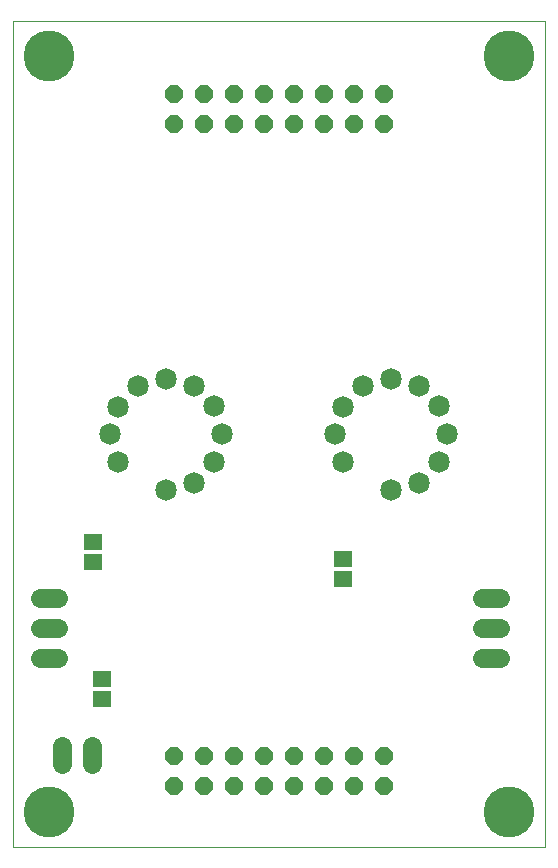
<source format=gts>
G75*
G70*
%OFA0B0*%
%FSLAX24Y24*%
%IPPOS*%
%LPD*%
%AMOC8*
5,1,8,0,0,1.08239X$1,22.5*
%
%ADD10C,0.0000*%
%ADD11C,0.0719*%
%ADD12OC8,0.0600*%
%ADD13R,0.0631X0.0552*%
%ADD14C,0.0640*%
%ADD15C,0.1700*%
D10*
X000192Y000100D02*
X000192Y027659D01*
X017908Y027659D01*
X017908Y000100D01*
X000192Y000100D01*
D11*
X005294Y012004D03*
X006202Y012258D03*
X006889Y012954D03*
X007135Y013876D03*
X006881Y014798D03*
X006204Y015465D03*
X005286Y015720D03*
X004346Y015474D03*
X003679Y014790D03*
X003418Y013868D03*
X003668Y012946D03*
X010918Y013868D03*
X011168Y012946D03*
X011179Y014790D03*
X011846Y015474D03*
X012786Y015720D03*
X013704Y015465D03*
X014381Y014798D03*
X014635Y013876D03*
X014389Y012954D03*
X013702Y012258D03*
X012794Y012004D03*
D12*
X012534Y003151D03*
X012534Y002151D03*
X011534Y002151D03*
X011534Y003151D03*
X010534Y003151D03*
X010534Y002151D03*
X009534Y002151D03*
X009534Y003151D03*
X008534Y003151D03*
X008534Y002151D03*
X007534Y002151D03*
X007534Y003151D03*
X006534Y003151D03*
X006534Y002151D03*
X005534Y002151D03*
X005534Y003151D03*
X005534Y024222D03*
X005534Y025222D03*
X006534Y025222D03*
X006534Y024222D03*
X007534Y024222D03*
X007534Y025222D03*
X008534Y025222D03*
X008534Y024222D03*
X009534Y024222D03*
X009534Y025222D03*
X010534Y025222D03*
X010534Y024222D03*
X011534Y024222D03*
X011534Y025222D03*
X012534Y025222D03*
X012534Y024222D03*
D13*
X002849Y010269D03*
X002849Y009600D03*
X003164Y005710D03*
X003164Y005041D03*
X011196Y009041D03*
X011196Y009710D03*
D14*
X015825Y008399D02*
X016425Y008399D01*
X016425Y007399D02*
X015825Y007399D01*
X015825Y006399D02*
X016425Y006399D01*
X002818Y003471D02*
X002818Y002871D01*
X001818Y002871D02*
X001818Y003471D01*
X001689Y006399D02*
X001089Y006399D01*
X001089Y007399D02*
X001689Y007399D01*
X001689Y008399D02*
X001089Y008399D01*
D15*
X001373Y001281D03*
X016727Y001281D03*
X016727Y026478D03*
X001373Y026478D03*
M02*

</source>
